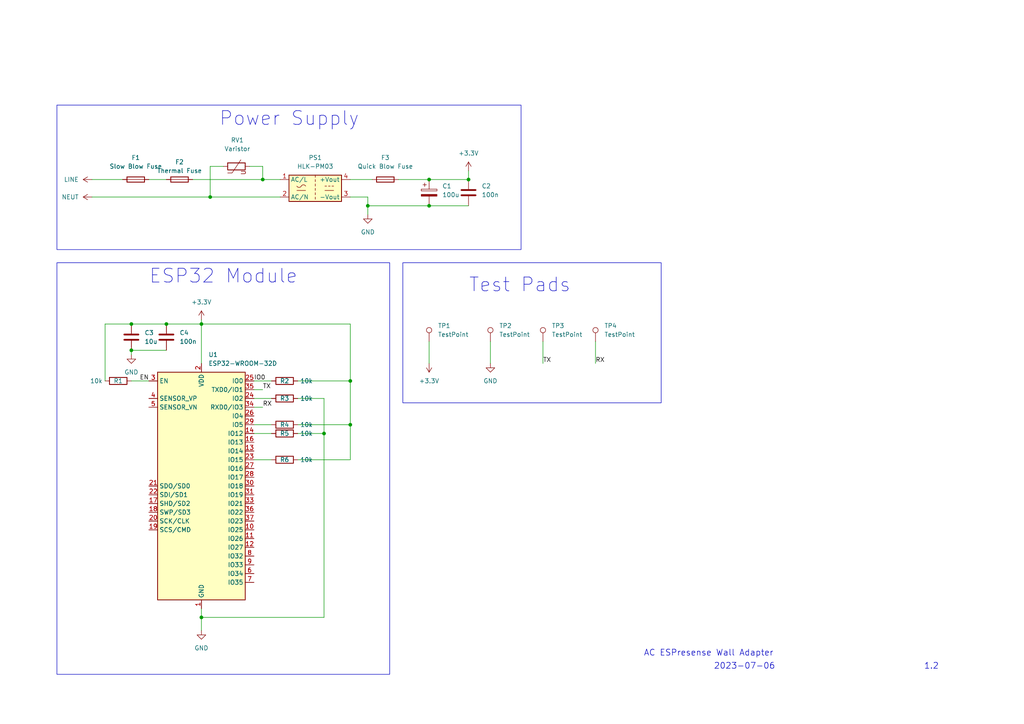
<source format=kicad_sch>
(kicad_sch (version 20230121) (generator eeschema)
  (paper "A4")
  (lib_symbols
    (symbol "Connector:TestPoint" (pin_numbers hide) (pin_names (offset 0.762) hide)
      (property "Reference" "TP" (at 0 6.858 0))
      (property "Value" "TestPoint" (at 0 5.08 0))
      (symbol "TestPoint_0_1"
        (circle (center 0 3.302) (radius 0.762))
      )
      (symbol "TestPoint_1_1"
        (pin passive line (at 0 0 90) (length 2.54) (name "1") (number "1"))
      )
    )
    (symbol "Converter_ACDC:HLK-PM03"
      (property "Reference" "PS" (at 0 5.08 0))
      (property "Value" "HLK-PM03" (at 0 -5.08 0))
      (symbol "HLK-PM03_0_1"
        (rectangle (start -7.62 3.81) (end 7.62 -3.81) (stroke (width 0.254)) (fill (type background)))
        (arc (start -5.334 0.635) (mid -4.699 0.2495) (end -4.064 0.635))
        (arc (start -2.794 0.635) (mid -3.429 1.0072) (end -4.064 0.635))
        (polyline (pts (xy -5.334 -0.635) (xy -2.794 -0.635)))
        (polyline (pts (xy 0 -2.54) (xy 0 -3.175)))
        (polyline (pts (xy 0 -1.27) (xy 0 -1.905)))
        (polyline (pts (xy 0 0) (xy 0 -0.635)))
        (polyline (pts (xy 0 1.27) (xy 0 0.635)))
        (polyline (pts (xy 0 2.54) (xy 0 1.905)))
        (polyline (pts (xy 0 3.81) (xy 0 3.175)))
        (polyline (pts (xy 2.794 -0.635) (xy 5.334 -0.635)))
        (polyline (pts (xy 2.794 0.635) (xy 3.302 0.635)))
        (polyline (pts (xy 3.81 0.635) (xy 4.318 0.635)))
        (polyline (pts (xy 4.826 0.635) (xy 5.334 0.635)))
      )
      (symbol "HLK-PM03_1_1"
        (pin power_in line (at -10.16 2.54 0) (length 2.54) (name "AC/L") (number "1"))
        (pin power_in line (at -10.16 -2.54 0) (length 2.54) (name "AC/N") (number "2"))
        (pin power_out line (at 10.16 -2.54 180) (length 2.54) (name "-Vout") (number "3"))
        (pin power_out line (at 10.16 2.54 180) (length 2.54) (name "+Vout") (number "4"))
      )
    )
    (symbol "Device:C" (pin_numbers hide) (pin_names (offset 0.254))
      (property "Reference" "C" (at 0.635 2.54 0))
      (property "Value" "C" (at 0.635 -2.54 0))
      (symbol "C_0_1"
        (polyline (pts (xy -2.032 -0.762) (xy 2.032 -0.762)) (stroke (width 0.508)))
        (polyline (pts (xy -2.032 0.762) (xy 2.032 0.762)) (stroke (width 0.508)))
      )
      (symbol "C_1_1"
        (pin passive line (at 0 3.81 270) (length 2.794) (name "~") (number "1"))
        (pin passive line (at 0 -3.81 90) (length 2.794) (name "~") (number "2"))
      )
    )
    (symbol "Device:C_Polarized" (pin_numbers hide) (pin_names (offset 0.254))
      (property "Reference" "C" (at 0.635 2.54 0))
      (property "Value" "C_Polarized" (at 0.635 -2.54 0))
      (symbol "C_Polarized_0_1"
        (rectangle (start -2.286 0.508) (end 2.286 1.016))
        (polyline (pts (xy -1.778 2.286) (xy -0.762 2.286)))
        (polyline (pts (xy -1.27 2.794) (xy -1.27 1.778)))
        (rectangle (start 2.286 -0.508) (end -2.286 -1.016) (fill (type outline)))
      )
      (symbol "C_Polarized_1_1"
        (pin passive line (at 0 3.81 270) (length 2.794) (name "~") (number "1"))
        (pin passive line (at 0 -3.81 90) (length 2.794) (name "~") (number "2"))
      )
    )
    (symbol "Device:Fuse" (pin_numbers hide) (pin_names (offset 0))
      (property "Reference" "F" (at 2.032 0 90))
      (property "Value" "Fuse" (at -1.905 0 90))
      (symbol "Fuse_0_1"
        (rectangle (start -0.762 -2.54) (end 0.762 2.54) (stroke (width 0.254)))
        (polyline (pts (xy 0 2.54) (xy 0 -2.54)))
      )
      (symbol "Fuse_1_1"
        (pin passive line (at 0 3.81 270) (length 1.27) (name "~") (number "1"))
        (pin passive line (at 0 -3.81 90) (length 1.27) (name "~") (number "2"))
      )
    )
    (symbol "Device:R" (pin_numbers hide) (pin_names (offset 0))
      (property "Reference" "R" (at 2.032 0 90))
      (property "Value" "R" (at 0 0 90))
      (symbol "R_0_1"
        (rectangle (start -1.016 -2.54) (end 1.016 2.54) (stroke (width 0.254)))
      )
      (symbol "R_1_1"
        (pin passive line (at 0 3.81 270) (length 1.27) (name "~") (number "1"))
        (pin passive line (at 0 -3.81 90) (length 1.27) (name "~") (number "2"))
      )
    )
    (symbol "Device:Varistor" (pin_numbers hide) (pin_names (offset 0))
      (property "Reference" "RV" (at 3.175 0 90))
      (property "Value" "Varistor" (at -3.175 0 90))
      (symbol "Varistor_0_0"
        (text "U" (at -1.778 -2.032 0) (effects (font (size 1.27 1.27))))
      )
      (symbol "Varistor_0_1"
        (rectangle (start -1.016 -2.54) (end 1.016 2.54) (stroke (width 0.254)))
        (polyline (pts (xy -1.905 2.54) (xy -1.905 1.27) (xy 1.905 -1.27)))
      )
      (symbol "Varistor_1_1"
        (pin passive line (at 0 3.81 270) (length 1.27) (name "~") (number "1"))
        (pin passive line (at 0 -3.81 90) (length 1.27) (name "~") (number "2"))
      )
    )
    (symbol "RF_Module:ESP32-WROOM-32D"
      (property "Reference" "U" (at -12.7 34.29 0))
      (property "Value" "ESP32-WROOM-32D" (at 1.27 34.29 0))
      (symbol "ESP32-WROOM-32D_0_1"
        (rectangle (start -12.7 33.02) (end 12.7 -33.02) (stroke (width 0.254)) (fill (type background)))
      )
      (symbol "ESP32-WROOM-32D_1_1"
        (pin power_in line (at 0 -35.56 90) (length 2.54) (name "GND") (number "1"))
        (pin bidirectional line (at 15.24 -12.7 180) (length 2.54) (name "IO25") (number "10"))
        (pin bidirectional line (at 15.24 -15.24 180) (length 2.54) (name "IO26") (number "11"))
        (pin bidirectional line (at 15.24 -17.78 180) (length 2.54) (name "IO27") (number "12"))
        (pin bidirectional line (at 15.24 10.16 180) (length 2.54) (name "IO14") (number "13"))
        (pin bidirectional line (at 15.24 15.24 180) (length 2.54) (name "IO12") (number "14"))
        (pin passive line (at 0 -35.56 90) (length 2.54) hide (name "GND") (number "15"))
        (pin bidirectional line (at 15.24 12.7 180) (length 2.54) (name "IO13") (number "16"))
        (pin bidirectional line (at -15.24 -5.08 0) (length 2.54) (name "SHD/SD2") (number "17"))
        (pin bidirectional line (at -15.24 -7.62 0) (length 2.54) (name "SWP/SD3") (number "18"))
        (pin bidirectional line (at -15.24 -12.7 0) (length 2.54) (name "SCS/CMD") (number "19"))
        (pin power_in line (at 0 35.56 270) (length 2.54) (name "VDD") (number "2"))
        (pin bidirectional line (at -15.24 -10.16 0) (length 2.54) (name "SCK/CLK") (number "20"))
        (pin bidirectional line (at -15.24 0 0) (length 2.54) (name "SDO/SD0") (number "21"))
        (pin bidirectional line (at -15.24 -2.54 0) (length 2.54) (name "SDI/SD1") (number "22"))
        (pin bidirectional line (at 15.24 7.62 180) (length 2.54) (name "IO15") (number "23"))
        (pin bidirectional line (at 15.24 25.4 180) (length 2.54) (name "IO2") (number "24"))
        (pin bidirectional line (at 15.24 30.48 180) (length 2.54) (name "IO0") (number "25"))
        (pin bidirectional line (at 15.24 20.32 180) (length 2.54) (name "IO4") (number "26"))
        (pin bidirectional line (at 15.24 5.08 180) (length 2.54) (name "IO16") (number "27"))
        (pin bidirectional line (at 15.24 2.54 180) (length 2.54) (name "IO17") (number "28"))
        (pin bidirectional line (at 15.24 17.78 180) (length 2.54) (name "IO5") (number "29"))
        (pin input line (at -15.24 30.48 0) (length 2.54) (name "EN") (number "3"))
        (pin bidirectional line (at 15.24 0 180) (length 2.54) (name "IO18") (number "30"))
        (pin bidirectional line (at 15.24 -2.54 180) (length 2.54) (name "IO19") (number "31"))
        (pin no_connect line (at -12.7 -27.94 0) (length 2.54) hide (name "NC") (number "32"))
        (pin bidirectional line (at 15.24 -5.08 180) (length 2.54) (name "IO21") (number "33"))
        (pin bidirectional line (at 15.24 22.86 180) (length 2.54) (name "RXD0/IO3") (number "34"))
        (pin bidirectional line (at 15.24 27.94 180) (length 2.54) (name "TXD0/IO1") (number "35"))
        (pin bidirectional line (at 15.24 -7.62 180) (length 2.54) (name "IO22") (number "36"))
        (pin bidirectional line (at 15.24 -10.16 180) (length 2.54) (name "IO23") (number "37"))
        (pin passive line (at 0 -35.56 90) (length 2.54) hide (name "GND") (number "38"))
        (pin passive line (at 0 -35.56 90) (length 2.54) hide (name "GND") (number "39"))
        (pin input line (at -15.24 25.4 0) (length 2.54) (name "SENSOR_VP") (number "4"))
        (pin input line (at -15.24 22.86 0) (length 2.54) (name "SENSOR_VN") (number "5"))
        (pin input line (at 15.24 -25.4 180) (length 2.54) (name "IO34") (number "6"))
        (pin input line (at 15.24 -27.94 180) (length 2.54) (name "IO35") (number "7"))
        (pin bidirectional line (at 15.24 -20.32 180) (length 2.54) (name "IO32") (number "8"))
        (pin bidirectional line (at 15.24 -22.86 180) (length 2.54) (name "IO33") (number "9"))
      )
    )
    (symbol "power:+3.3V" (power) (pin_names (offset 0))
      (property "Value" "+3.3V" (at 0 3.556 0))
      (symbol "+3.3V_0_1"
        (polyline (pts (xy -0.762 1.27) (xy 0 2.54)))
        (polyline (pts (xy 0 0) (xy 0 2.54)))
        (polyline (pts (xy 0 2.54) (xy 0.762 1.27)))
      )
      (symbol "+3.3V_1_1"
        (pin power_in line (at 0 0 90) (length 0) hide (name "+3.3V") (number "1"))
      )
    )
    (symbol "power:GND" (power) (pin_names (offset 0))
      (property "Value" "GND" (at 0 -3.81 0))
      (symbol "GND_0_1"
        (polyline (pts (xy 0 0) (xy 0 -1.27) (xy 1.27 -1.27) (xy 0 -2.54) (xy -1.27 -1.27) (xy 0 -1.27)))
      )
      (symbol "GND_1_1"
        (pin power_in line (at 0 0 270) (length 0) hide (name "GND") (number "1"))
      )
    )
    (symbol "power:LINE" (power) (pin_names (offset 0))
      (property "Value" "LINE" (at 0 3.81 0))
      (symbol "LINE_0_1"
        (polyline (pts (xy -0.762 1.27) (xy 0 2.54)))
        (polyline (pts (xy 0 0) (xy 0 2.54)))
        (polyline (pts (xy 0 2.54) (xy 0.762 1.27)))
      )
      (symbol "LINE_1_1"
        (pin power_in line (at 0 0 90) (length 0) hide (name "LINE") (number "1"))
      )
    )
    (symbol "power:NEUT" (power) (pin_names (offset 0))
      (property "Value" "NEUT" (at 0 3.81 0))
      (symbol "NEUT_0_1"
        (polyline (pts (xy -0.762 1.27) (xy 0 2.54)))
        (polyline (pts (xy 0 0) (xy 0 2.54)))
        (polyline (pts (xy 0 2.54) (xy 0.762 1.27)))
      )
      (symbol "NEUT_1_1"
        (pin power_in line (at 0 0 90) (length 0) hide (name "NEUT") (number "1"))
      )
    )
  )
  (junction (at 124.46 59.69))
  (junction (at 48.26 93.98))
  (junction (at 124.46 52.07))
  (junction (at 101.6 110.49))
  (junction (at 106.68 59.69))
  (junction (at 38.1 93.98))
  (junction (at 58.42 93.98))
  (junction (at 38.1 101.6))
  (junction (at 101.6 123.19))
  (junction (at 76.2 52.07))
  (junction (at 60.96 57.15))
  (junction (at 135.89 52.07))
  (junction (at 93.98 125.73))
  (junction (at 58.42 179.07))
  (wire (pts (xy 106.68 59.69) (xy 106.68 62.23)))
  (wire (pts (xy 124.46 59.69) (xy 135.89 59.69)))
  (wire (pts (xy 124.46 99.06) (xy 124.46 105.41)))
  (wire (pts (xy 60.96 57.15) (xy 81.28 57.15)))
  (wire (pts (xy 76.2 48.26) (xy 76.2 52.07)))
  (wire (pts (xy 73.66 118.11) (xy 76.2 118.11)))
  (wire (pts (xy 72.39 48.26) (xy 76.2 48.26)))
  (wire (pts (xy 55.88 52.07) (xy 76.2 52.07)))
  (wire (pts (xy 58.42 93.98) (xy 58.42 105.41)))
  (wire (pts (xy 101.6 110.49) (xy 86.36 110.49)))
  (wire (pts (xy 38.1 101.6) (xy 48.26 101.6)))
  (wire (pts (xy 101.6 57.15) (xy 106.68 57.15)))
  (wire (pts (xy 38.1 101.6) (xy 38.1 102.87)))
  (wire (pts (xy 58.42 93.98) (xy 101.6 93.98)))
  (wire (pts (xy 101.6 123.19) (xy 101.6 110.49)))
  (wire (pts (xy 73.66 125.73) (xy 78.74 125.73)))
  (wire (pts (xy 38.1 110.49) (xy 43.18 110.49)))
  (wire (pts (xy 142.24 99.06) (xy 142.24 105.41)))
  (wire (pts (xy 106.68 59.69) (xy 124.46 59.69)))
  (wire (pts (xy 86.36 123.19) (xy 101.6 123.19)))
  (wire (pts (xy 26.67 52.07) (xy 35.56 52.07)))
  (wire (pts (xy 30.48 110.49) (xy 30.48 93.98)))
  (wire (pts (xy 86.36 133.35) (xy 101.6 133.35)))
  (wire (pts (xy 64.77 48.26) (xy 60.96 48.26)))
  (wire (pts (xy 73.66 115.57) (xy 78.74 115.57)))
  (wire (pts (xy 58.42 179.07) (xy 58.42 182.88)))
  (wire (pts (xy 106.68 57.15) (xy 106.68 59.69)))
  (wire (pts (xy 48.26 93.98) (xy 58.42 93.98)))
  (wire (pts (xy 60.96 48.26) (xy 60.96 57.15)))
  (wire (pts (xy 73.66 123.19) (xy 78.74 123.19)))
  (wire (pts (xy 93.98 115.57) (xy 93.98 125.73)))
  (wire (pts (xy 124.46 52.07) (xy 135.89 52.07)))
  (wire (pts (xy 93.98 179.07) (xy 58.42 179.07)))
  (wire (pts (xy 30.48 93.98) (xy 38.1 93.98)))
  (wire (pts (xy 43.18 52.07) (xy 48.26 52.07)))
  (wire (pts (xy 76.2 52.07) (xy 81.28 52.07)))
  (wire (pts (xy 101.6 110.49) (xy 101.6 93.98)))
  (wire (pts (xy 86.36 115.57) (xy 93.98 115.57)))
  (wire (pts (xy 58.42 92.71) (xy 58.42 93.98)))
  (wire (pts (xy 93.98 125.73) (xy 93.98 179.07)))
  (wire (pts (xy 115.57 52.07) (xy 124.46 52.07)))
  (wire (pts (xy 101.6 133.35) (xy 101.6 123.19)))
  (wire (pts (xy 101.6 52.07) (xy 107.95 52.07)))
  (wire (pts (xy 26.67 57.15) (xy 60.96 57.15)))
  (wire (pts (xy 58.42 176.53) (xy 58.42 179.07)))
  (wire (pts (xy 172.72 99.06) (xy 172.72 105.41)))
  (wire (pts (xy 73.66 113.03) (xy 76.2 113.03)))
  (wire (pts (xy 38.1 93.98) (xy 48.26 93.98)))
  (wire (pts (xy 73.66 110.49) (xy 78.74 110.49)))
  (wire (pts (xy 73.66 133.35) (xy 78.74 133.35)))
  (wire (pts (xy 86.36 125.73) (xy 93.98 125.73)))
  (wire (pts (xy 157.48 99.06) (xy 157.48 105.41)))
  (wire (pts (xy 135.89 49.53) (xy 135.89 52.07)))
  (rectangle (start 16.51 30.48) (end 151.13 72.39))
  (rectangle (start 16.51 76.2) (end 113.03 195.58))
  (rectangle (start 116.84 76.2) (end 191.77 116.84))
  (text "Test Pads" (at 135.89 85.09 0) (effects (font (size 4 4)) (justify left bottom)))
  (text "Power Supply" (at 63.5 36.83 0) (effects (font (size 4 4)) (justify left bottom)))
  (text "AC ESPresense Wall Adapter" (at 186.69 190.5 0) (effects (font (size 1.75 1.75)) (justify left bottom)))
  (text "ESP32 Module" (at 43.18 82.55 0) (effects (font (size 4 4)) (justify left bottom)))
  (text "2023-07-06" (at 207.01 194.31 0) (effects (font (size 1.75 1.75)) (justify left bottom)))
  (text "1.2" (at 267.97 194.31 0) (effects (font (size 1.75 1.75)) (justify left bottom)))
  (label "IO0" (at 73.66 110.49 0))
  (label "EN" (at 43.18 110.49 180))
  (label "RX" (at 76.2 118.11 0))
  (label "TX" (at 157.48 105.41 0))
  (label "RX" (at 172.72 105.41 0))
  (label "TX" (at 76.2 113.03 0))
  (symbol (lib_id "power:+3.3V") (at 58.42 92.71 0) (unit 1)
    (property "Reference" "#PWR0105" (effects hide))
    (property "Value" "+3.3V" (at 58.42 87.63 0))
  )
  (symbol (lib_id "power:GND") (at 38.1 102.87 0) (unit 1)
    (property "Reference" "#PWR0106" (effects hide))
    (property "Value" "GND" (at 38.1 107.95 0))
  )
  (symbol (lib_id "Connector:TestPoint") (at 124.46 99.06 0) (unit 1)
    (property "Reference" "TP1" (at 127 94.488 0) (effects (justify left)))
    (property "Value" "TestPoint" (at 127 97.028 0) (effects (justify left)))
    (property "Footprint" "TestPoint:TestPoint_Pad_D2.0mm" (effects hide))
  )
  (symbol (lib_id "power:GND") (at 142.24 105.41 0) (unit 1)
    (property "Reference" "#PWR02" (effects hide))
    (property "Value" "GND" (at 142.24 110.49 0))
  )
  (symbol (lib_id "power:LINE") (at 26.67 52.07 90) (unit 1)
    (property "Reference" "#PWR0103" (effects hide))
    (property "Value" "LINE" (at 22.86 52.0699 90) (effects (justify left)))
  )
  (symbol (lib_id "Device:R") (at 82.55 123.19 90) (unit 1)
    (property "Reference" "R4" (at 82.55 123.19 90))
    (property "Value" "10k" (at 88.9 123.19 90))
    (property "Footprint" "Resistor_SMD:R_0603_1608Metric" (effects hide))
  )
  (symbol (lib_id "power:GND") (at 58.42 182.88 0) (unit 1)
    (property "Reference" "#PWR0107" (effects hide))
    (property "Value" "GND" (at 58.42 187.96 0))
  )
  (symbol (lib_id "power:+3.3V") (at 124.46 105.41 180) (unit 1)
    (property "Reference" "#PWR01" (effects hide))
    (property "Value" "+3.3V" (at 124.46 110.49 0))
  )
  (symbol (lib_id "Device:Fuse") (at 39.37 52.07 90) (unit 1)
    (property "Reference" "F1" (at 39.37 45.72 90))
    (property "Value" "Slow Blow Fuse" (at 39.37 48.26 90))
    (property "Footprint" "Personal:RST_BEL" (effects hide))
  )
  (symbol (lib_id "Device:C") (at 38.1 97.79 0) (unit 1)
    (property "Reference" "C3" (at 41.91 96.5199 0) (effects (justify left)))
    (property "Value" "10u" (at 41.91 99.0599 0) (effects (justify left)))
    (property "Footprint" "Capacitor_SMD:C_0603_1608Metric" (effects hide))
  )
  (symbol (lib_id "Device:Fuse") (at 111.76 52.07 90) (unit 1)
    (property "Reference" "F3" (at 111.76 45.72 90))
    (property "Value" "Quick Blow Fuse" (at 111.76 48.26 90))
    (property "Footprint" "Personal:FUSE_4527" (effects hide))
  )
  (symbol (lib_id "Device:R") (at 82.55 115.57 90) (unit 1)
    (property "Reference" "R3" (at 82.55 115.57 90))
    (property "Value" "10k" (at 88.9 115.57 90))
    (property "Footprint" "Resistor_SMD:R_0603_1608Metric" (effects hide))
  )
  (symbol (lib_id "Device:R") (at 34.29 110.49 90) (unit 1)
    (property "Reference" "R1" (at 34.29 110.49 90))
    (property "Value" "10k" (at 27.94 110.49 90))
    (property "Footprint" "Resistor_SMD:R_0603_1608Metric" (effects hide))
  )
  (symbol (lib_id "power:+3.3V") (at 135.89 49.53 0) (unit 1)
    (property "Reference" "#PWR0101" (effects hide))
    (property "Value" "+3.3V" (at 135.89 44.45 0))
  )
  (symbol (lib_id "Device:R") (at 82.55 125.73 90) (unit 1)
    (property "Reference" "R5" (at 82.55 125.73 90))
    (property "Value" "10k" (at 88.9 125.73 90))
    (property "Footprint" "Resistor_SMD:R_0603_1608Metric" (effects hide))
  )
  (symbol (lib_id "Connector:TestPoint") (at 172.72 99.06 0) (unit 1)
    (property "Reference" "TP4" (at 175.26 94.488 0) (effects (justify left)))
    (property "Value" "TestPoint" (at 175.26 97.028 0) (effects (justify left)))
    (property "Footprint" "TestPoint:TestPoint_Pad_D2.0mm" (effects hide))
  )
  (symbol (lib_id "Device:C_Polarized") (at 124.46 55.88 0) (unit 1)
    (property "Reference" "C1" (at 128.27 53.9749 0) (effects (justify left)))
    (property "Value" "100u" (at 128.27 56.5149 0) (effects (justify left)))
    (property "Footprint" "Personal:CAP_EEEFK1C101P" (effects hide))
  )
  (symbol (lib_id "Device:C") (at 48.26 97.79 0) (unit 1)
    (property "Reference" "C4" (at 52.07 96.5199 0) (effects (justify left)))
    (property "Value" "100n" (at 52.07 99.0599 0) (effects (justify left)))
    (property "Footprint" "Capacitor_SMD:C_0603_1608Metric" (effects hide))
  )
  (symbol (lib_id "power:GND") (at 106.68 62.23 0) (unit 1)
    (property "Reference" "#PWR0102" (effects hide))
    (property "Value" "GND" (at 106.68 67.31 0))
  )
  (symbol (lib_id "power:NEUT") (at 26.67 57.15 90) (unit 1)
    (property "Reference" "#PWR0104" (effects hide))
    (property "Value" "NEUT" (at 22.86 57.1499 90) (effects (justify left)))
  )
  (symbol (lib_id "Device:R") (at 82.55 110.49 90) (unit 1)
    (property "Reference" "R2" (at 82.55 110.49 90))
    (property "Value" "10k" (at 88.9 110.49 90))
    (property "Footprint" "Resistor_SMD:R_0603_1608Metric" (effects hide))
  )
  (symbol (lib_id "Device:C") (at 135.89 55.88 0) (unit 1)
    (property "Reference" "C2" (at 139.7 53.9749 0) (effects (justify left)))
    (property "Value" "100n" (at 139.7 56.5149 0) (effects (justify left)))
    (property "Footprint" "Capacitor_SMD:C_0603_1608Metric" (effects hide))
  )
  (symbol (lib_id "Connector:TestPoint") (at 157.48 99.06 0) (unit 1)
    (property "Reference" "TP3" (at 160.02 94.488 0) (effects (justify left)))
    (property "Value" "TestPoint" (at 160.02 97.028 0) (effects (justify left)))
    (property "Footprint" "TestPoint:TestPoint_Pad_D2.0mm" (effects hide))
  )
  (symbol (lib_id "Converter_ACDC:HLK-PM03") (at 91.44 54.61 0) (unit 1)
    (property "Reference" "PS1" (at 91.44 45.72 0))
    (property "Value" "HLK-PM03" (at 91.44 48.26 0))
    (property "Footprint" "Converter_ACDC:Converter_ACDC_HiLink_HLK-PMxx" (effects hide))
    (property "Datasheet" "http://www.hlktech.net/product_detail.php?ProId=59" (effects hide))
  )
  (symbol (lib_id "Connector:TestPoint") (at 142.24 99.06 0) (unit 1)
    (property "Reference" "TP2" (at 144.78 94.488 0) (effects (justify left)))
    (property "Value" "TestPoint" (at 144.78 97.028 0) (effects (justify left)))
    (property "Footprint" "TestPoint:TestPoint_Pad_D2.0mm" (effects hide))
  )
  (symbol (lib_id "Device:Varistor") (at 68.58 48.26 90) (unit 1)
    (property "Reference" "RV1" (at 68.8332 40.64 90))
    (property "Value" "Varistor" (at 68.8332 43.18 90))
    (property "Footprint" "Personal:VARS_B72214S_15p5x5p4-7p5_TDK" (effects hide))
  )
  (symbol (lib_id "RF_Module:ESP32-WROOM-32D") (at 58.42 140.97 0) (unit 1)
    (property "Reference" "U1" (at 60.4394 102.87 0) (effects (justify left)))
    (property "Value" "ESP32-WROOM-32D" (at 60.4394 105.41 0) (effects (justify left)))
    (property "Footprint" "RF_Module:ESP32-WROOM-32D" (effects hide))
    (property "Datasheet" "https://www.espressif.com/sites/default/files/documentation/esp32-wroom-32d_esp32-wroom-32u_datasheet_en.pdf" (effects hide))
  )
  (symbol (lib_id "Device:R") (at 82.55 133.35 90) (unit 1)
    (property "Reference" "R6" (at 82.55 133.35 90))
    (property "Value" "10k" (at 88.9 133.35 90))
    (property "Footprint" "Resistor_SMD:R_0603_1608Metric" (effects hide))
  )
  (symbol (lib_id "Device:Fuse") (at 52.07 52.07 270) (unit 1)
    (property "Reference" "F2" (at 52.07 46.99 90))
    (property "Value" "Thermal Fuse" (at 52.07 49.53 90))
    (property "Footprint" "TerminalBlock_4Ucon:TerminalBlock_4Ucon_1x02_P3.50mm_Vertical" (effects hide))
  )
)
</source>
